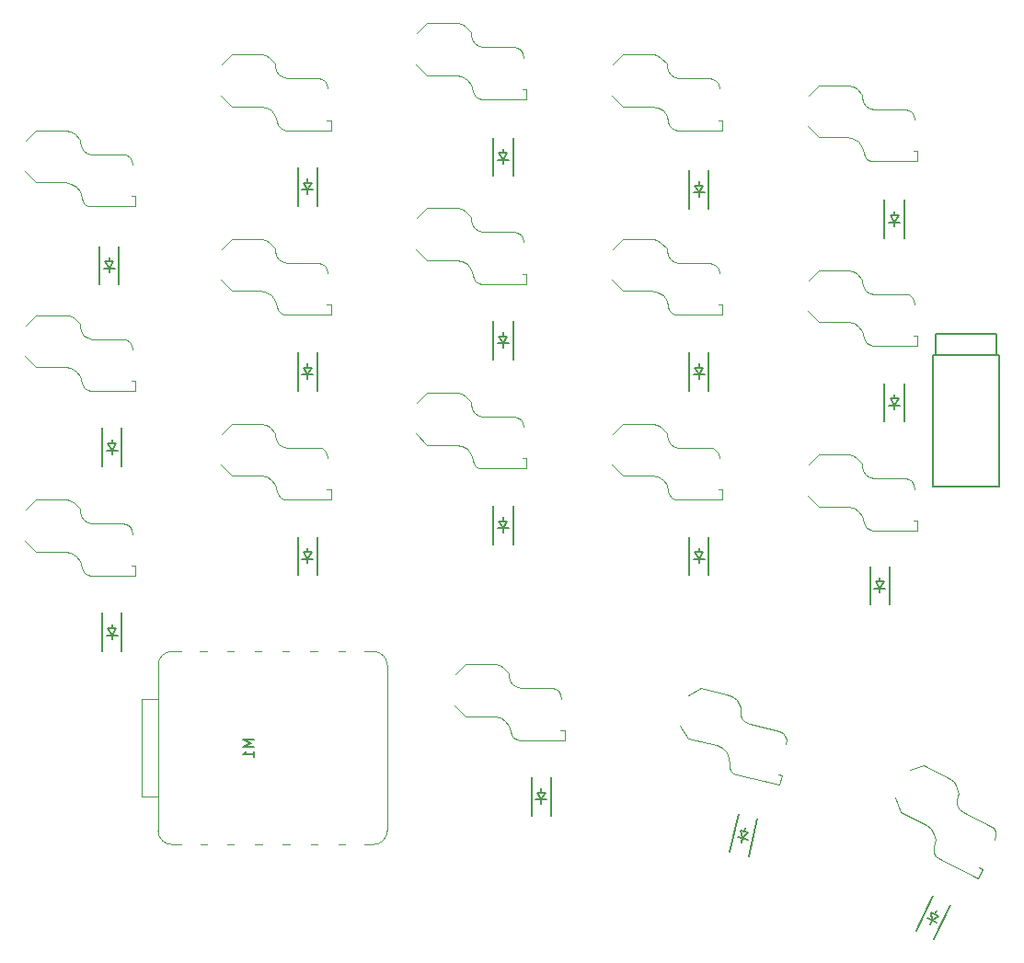
<source format=gbr>
%TF.GenerationSoftware,KiCad,Pcbnew,(6.0.6)*%
%TF.CreationDate,2022-09-25T18:06:26-06:00*%
%TF.ProjectId,miniErgo,6d696e69-4572-4676-9f2e-6b696361645f,rev?*%
%TF.SameCoordinates,Original*%
%TF.FileFunction,Legend,Bot*%
%TF.FilePolarity,Positive*%
%FSLAX46Y46*%
G04 Gerber Fmt 4.6, Leading zero omitted, Abs format (unit mm)*
G04 Created by KiCad (PCBNEW (6.0.6)) date 2022-09-25 18:06:26*
%MOMM*%
%LPD*%
G01*
G04 APERTURE LIST*
%ADD10C,0.150000*%
%ADD11C,0.120000*%
G04 APERTURE END LIST*
D10*
%TO.C,M1*%
X127268204Y-116786676D02*
X126268204Y-116786676D01*
X126982490Y-117120009D01*
X126268204Y-117453342D01*
X127268204Y-117453342D01*
X127268204Y-118453342D02*
X127268204Y-117881914D01*
X127268204Y-118167628D02*
X126268204Y-118167628D01*
X126411062Y-118072390D01*
X126506300Y-117977152D01*
X126553919Y-117881914D01*
D11*
X122282324Y-108706200D02*
X122893324Y-108706200D01*
X132448824Y-108706200D02*
X133059824Y-108706200D01*
X135004324Y-108706200D02*
X135615324Y-108706200D01*
X124782324Y-108706200D02*
X125393324Y-108706200D01*
X119684324Y-108706200D02*
X120525324Y-108706200D01*
X129893324Y-108706200D02*
X130504324Y-108706200D01*
X127337824Y-108706200D02*
X127948824Y-108706200D01*
X137365324Y-108706200D02*
X138245824Y-108706200D01*
X122301824Y-126486200D02*
X122912824Y-126486200D01*
X132468324Y-126486200D02*
X133079324Y-126486200D01*
X118433824Y-109976200D02*
X118433824Y-125216200D01*
X139515824Y-125216200D02*
X139515824Y-109976200D01*
X137384824Y-126486200D02*
X138245824Y-126486200D01*
X118433824Y-113096200D02*
X116909824Y-113096200D01*
X116909824Y-113096200D02*
X116909824Y-122096200D01*
X116909824Y-122096200D02*
X118433824Y-122096200D01*
X118433824Y-122096200D02*
X118433824Y-113096200D01*
X119703824Y-108706200D02*
G75*
G03*
X118433824Y-109976200I-1J-1269999D01*
G01*
X118433824Y-125216200D02*
G75*
G03*
X119703824Y-126486200I1269999J-1D01*
G01*
X139515824Y-109976200D02*
G75*
G03*
X138245824Y-108706200I-1269999J1D01*
G01*
X138245824Y-126486200D02*
G75*
G03*
X139515824Y-125216200I1J1269999D01*
G01*
X135023824Y-126486200D02*
X135634824Y-126486200D01*
X129912824Y-126486200D02*
X130523824Y-126486200D01*
X127357324Y-126486200D02*
X127968324Y-126486200D01*
X124801824Y-126486200D02*
X125412824Y-126486200D01*
X119703824Y-126486200D02*
X120544824Y-126486200D01*
D10*
%TO.C,D7*%
X150183736Y-62826400D02*
X150183736Y-62445400D01*
X150564736Y-62826400D02*
X149802736Y-62826400D01*
X150183736Y-63842400D02*
X150183736Y-63461400D01*
X150183736Y-63461400D02*
X150564736Y-62826400D01*
X150691736Y-63461400D02*
X149675736Y-63461400D01*
X149802736Y-62826400D02*
X150183736Y-63461400D01*
X151083736Y-64943900D02*
X151083736Y-61403900D01*
X149283736Y-64943900D02*
X149283736Y-61403900D01*
%TO.C,D12*%
X168183736Y-99576400D02*
X168183736Y-99195400D01*
X168564736Y-99576400D02*
X167802736Y-99576400D01*
X168183736Y-100592400D02*
X168183736Y-100211400D01*
X168691736Y-100211400D02*
X167675736Y-100211400D01*
X167283736Y-101693900D02*
X167283736Y-98153900D01*
X168183736Y-100211400D02*
X168564736Y-99576400D01*
X169083736Y-101693900D02*
X169083736Y-98153900D01*
X167802736Y-99576400D02*
X168183736Y-100211400D01*
%TO.C,D15*%
X185733770Y-104406300D02*
X185733770Y-100866300D01*
X183933770Y-104406300D02*
X183933770Y-100866300D01*
X185214770Y-102288800D02*
X184452770Y-102288800D01*
X184833770Y-102923800D02*
X185214770Y-102288800D01*
X184833770Y-103304800D02*
X184833770Y-102923800D01*
X184452770Y-102288800D02*
X184833770Y-102923800D01*
X184833770Y-102288800D02*
X184833770Y-101907800D01*
X185341770Y-102923800D02*
X184325770Y-102923800D01*
%TO.C,D10*%
X167283736Y-67943900D02*
X167283736Y-64403900D01*
X169083736Y-67943900D02*
X169083736Y-64403900D01*
X168183736Y-66842400D02*
X168183736Y-66461400D01*
X167802736Y-65826400D02*
X168183736Y-66461400D01*
X168183736Y-65826400D02*
X168183736Y-65445400D01*
X168183736Y-66461400D02*
X168564736Y-65826400D01*
X168691736Y-66461400D02*
X167675736Y-66461400D01*
X168564736Y-65826400D02*
X167802736Y-65826400D01*
%TO.C,J2*%
X189733770Y-93554800D02*
X195833770Y-93554800D01*
X195583770Y-81454800D02*
X195583770Y-79454800D01*
X189733770Y-81454800D02*
X189733770Y-93554800D01*
X189983770Y-79454800D02*
X195583770Y-79454800D01*
X189733770Y-81454800D02*
X195833770Y-81454800D01*
X189983770Y-81454800D02*
X189983770Y-79454800D01*
X195833770Y-81454800D02*
X195833770Y-93554800D01*
%TO.C,D5*%
X132691736Y-83211400D02*
X131675736Y-83211400D01*
X131802736Y-82576400D02*
X132183736Y-83211400D01*
X132183736Y-82576400D02*
X132183736Y-82195400D01*
X132183736Y-83211400D02*
X132564736Y-82576400D01*
X133083736Y-84693900D02*
X133083736Y-81153900D01*
X131283736Y-84693900D02*
X131283736Y-81153900D01*
X132183736Y-83592400D02*
X132183736Y-83211400D01*
X132564736Y-82576400D02*
X131802736Y-82576400D01*
%TO.C,D18*%
X190099674Y-133704367D02*
X189192807Y-133246275D01*
X188174487Y-134392789D02*
X189770594Y-131233036D01*
X189474456Y-133815396D02*
X189646241Y-133475321D01*
X189592473Y-132736744D02*
X189646241Y-133475321D01*
X189781142Y-135204369D02*
X191377248Y-132044615D01*
X189932548Y-132908529D02*
X190104332Y-132568454D01*
X189646241Y-133475321D02*
X190272623Y-133080313D01*
X190272623Y-133080313D02*
X189592473Y-132736744D01*
%TO.C,D1*%
X114314736Y-72826400D02*
X113552736Y-72826400D01*
X113552736Y-72826400D02*
X113933736Y-73461400D01*
X113933736Y-72826400D02*
X113933736Y-72445400D01*
X113933736Y-73842400D02*
X113933736Y-73461400D01*
X113033736Y-74943900D02*
X113033736Y-71403900D01*
X114833736Y-74943900D02*
X114833736Y-71403900D01*
X113933736Y-73461400D02*
X114314736Y-72826400D01*
X114441736Y-73461400D02*
X113425736Y-73461400D01*
%TO.C,D17*%
X172383480Y-125273629D02*
X172471776Y-124903001D01*
X172148024Y-126261969D02*
X172236320Y-125891341D01*
X172754108Y-125361925D02*
X172012852Y-125185333D01*
X171017255Y-127124908D02*
X171837643Y-123681282D01*
X172768252Y-127542055D02*
X173588640Y-124098428D01*
X172012852Y-125185333D02*
X172236320Y-125891341D01*
X172730490Y-126009069D02*
X171742150Y-125773613D01*
X172236320Y-125891341D02*
X172754108Y-125361925D01*
%TO.C,D6*%
X132183736Y-100592400D02*
X132183736Y-100211400D01*
X131283736Y-101693900D02*
X131283736Y-98153900D01*
X132183736Y-99576400D02*
X132183736Y-99195400D01*
X132183736Y-100211400D02*
X132564736Y-99576400D01*
X133083736Y-101693900D02*
X133083736Y-98153900D01*
X131802736Y-99576400D02*
X132183736Y-100211400D01*
X132564736Y-99576400D02*
X131802736Y-99576400D01*
X132691736Y-100211400D02*
X131675736Y-100211400D01*
%TO.C,D16*%
X153683911Y-122736200D02*
X153683911Y-122355200D01*
X153302911Y-121720200D02*
X153683911Y-122355200D01*
X154064911Y-121720200D02*
X153302911Y-121720200D01*
X152783911Y-123837700D02*
X152783911Y-120297700D01*
X154583911Y-123837700D02*
X154583911Y-120297700D01*
X153683911Y-122355200D02*
X154064911Y-121720200D01*
X154191911Y-122355200D02*
X153175911Y-122355200D01*
X153683911Y-121720200D02*
X153683911Y-121339200D01*
%TO.C,D3*%
X115083736Y-108693650D02*
X115083736Y-105153650D01*
X114183736Y-107592150D02*
X114183736Y-107211150D01*
X113802736Y-106576150D02*
X114183736Y-107211150D01*
X114183736Y-107211150D02*
X114564736Y-106576150D01*
X114183736Y-106576150D02*
X114183736Y-106195150D01*
X113283736Y-108693650D02*
X113283736Y-105153650D01*
X114691736Y-107211150D02*
X113675736Y-107211150D01*
X114564736Y-106576150D02*
X113802736Y-106576150D01*
%TO.C,D11*%
X168183736Y-83211400D02*
X168564736Y-82576400D01*
X168183736Y-82576400D02*
X168183736Y-82195400D01*
X168691736Y-83211400D02*
X167675736Y-83211400D01*
X168183736Y-83592400D02*
X168183736Y-83211400D01*
X169083736Y-84693900D02*
X169083736Y-81153900D01*
X168564736Y-82576400D02*
X167802736Y-82576400D01*
X167283736Y-84693900D02*
X167283736Y-81153900D01*
X167802736Y-82576400D02*
X168183736Y-83211400D01*
%TO.C,D8*%
X150183736Y-79720200D02*
X150183736Y-79339200D01*
X149802736Y-79720200D02*
X150183736Y-80355200D01*
X149283736Y-81837700D02*
X149283736Y-78297700D01*
X151083736Y-81837700D02*
X151083736Y-78297700D01*
X150183736Y-80736200D02*
X150183736Y-80355200D01*
X150183736Y-80355200D02*
X150564736Y-79720200D01*
X150691736Y-80355200D02*
X149675736Y-80355200D01*
X150564736Y-79720200D02*
X149802736Y-79720200D01*
%TO.C,D2*%
X114691736Y-90211150D02*
X113675736Y-90211150D01*
X113802736Y-89576150D02*
X114183736Y-90211150D01*
X114183736Y-90592150D02*
X114183736Y-90211150D01*
X114183736Y-90211150D02*
X114564736Y-89576150D01*
X114183736Y-89576150D02*
X114183736Y-89195150D01*
X115083736Y-91693650D02*
X115083736Y-88153650D01*
X114564736Y-89576150D02*
X113802736Y-89576150D01*
X113283736Y-91693650D02*
X113283736Y-88153650D01*
%TO.C,D9*%
X150183736Y-96720200D02*
X150183736Y-96339200D01*
X150564736Y-96720200D02*
X149802736Y-96720200D01*
X149283736Y-98837700D02*
X149283736Y-95297700D01*
X150183736Y-97355200D02*
X150564736Y-96720200D01*
X150183736Y-97736200D02*
X150183736Y-97355200D01*
X150691736Y-97355200D02*
X149675736Y-97355200D01*
X151083736Y-98837700D02*
X151083736Y-95297700D01*
X149802736Y-96720200D02*
X150183736Y-97355200D01*
%TO.C,D14*%
X185802736Y-85432600D02*
X186183736Y-86067600D01*
X186183736Y-85432600D02*
X186183736Y-85051600D01*
X186691736Y-86067600D02*
X185675736Y-86067600D01*
X186183736Y-86448600D02*
X186183736Y-86067600D01*
X185283736Y-87550100D02*
X185283736Y-84010100D01*
X186183736Y-86067600D02*
X186564736Y-85432600D01*
X187083736Y-87550100D02*
X187083736Y-84010100D01*
X186564736Y-85432600D02*
X185802736Y-85432600D01*
%TO.C,D13*%
X187083736Y-70693900D02*
X187083736Y-67153900D01*
X186183736Y-68576400D02*
X186183736Y-68195400D01*
X186183736Y-69592400D02*
X186183736Y-69211400D01*
X186691736Y-69211400D02*
X185675736Y-69211400D01*
X186183736Y-69211400D02*
X186564736Y-68576400D01*
X186564736Y-68576400D02*
X185802736Y-68576400D01*
X185283736Y-70693900D02*
X185283736Y-67153900D01*
X185802736Y-68576400D02*
X186183736Y-69211400D01*
%TO.C,D4*%
X132183736Y-66211400D02*
X132564736Y-65576400D01*
X131802736Y-65576400D02*
X132183736Y-66211400D01*
X132564736Y-65576400D02*
X131802736Y-65576400D01*
X132183736Y-65576400D02*
X132183736Y-65195400D01*
X132691736Y-66211400D02*
X131675736Y-66211400D01*
X132183736Y-66592400D02*
X132183736Y-66211400D01*
X131283736Y-67693900D02*
X131283736Y-64153900D01*
X133083736Y-67693900D02*
X133083736Y-64153900D01*
D11*
%TO.C,SW8*%
X147927736Y-70003200D02*
X148365736Y-70090200D01*
X151492736Y-70155200D02*
X151775736Y-70344200D01*
X146696736Y-68199200D02*
X147229736Y-68732200D01*
X147560736Y-69759200D02*
X147927736Y-70003200D01*
X147933736Y-74823200D02*
X147659736Y-74653200D01*
X147230736Y-73539200D02*
X146892736Y-73086200D01*
X147229736Y-68954200D02*
X147316736Y-69392200D01*
X143204736Y-72682200D02*
X142183736Y-71661200D01*
X145951736Y-67890200D02*
X146354736Y-67970200D01*
X147466736Y-74395200D02*
X147384736Y-74097200D01*
X147384736Y-74097200D02*
X147230736Y-73539200D01*
X151966736Y-73940200D02*
X152329736Y-73940200D01*
X145851736Y-72682200D02*
X143204736Y-72682200D01*
X151165736Y-70090200D02*
X151492736Y-70155200D01*
X151964736Y-70627200D02*
X152049736Y-71054200D01*
X148365736Y-70090200D02*
X151165736Y-70090200D01*
X146892736Y-73086200D02*
X146413736Y-72787200D01*
X146413736Y-72787200D02*
X145851736Y-72682200D01*
X148243736Y-74882200D02*
X147933736Y-74823200D01*
X147659736Y-74653200D02*
X147466736Y-74395200D01*
X147316736Y-69392200D02*
X147560736Y-69759200D01*
X151775736Y-70344200D02*
X151964736Y-70627200D01*
X146354736Y-67970200D02*
X146696736Y-68199200D01*
X152329736Y-74882200D02*
X148243736Y-74882200D01*
X142267736Y-68827200D02*
X143204736Y-67890200D01*
X143204736Y-67890200D02*
X145951736Y-67890200D01*
X152329736Y-73940200D02*
X152329736Y-74882200D01*
X147229736Y-68732200D02*
X147229736Y-68954200D01*
%TO.C,SW17*%
X167225131Y-112777303D02*
X168353769Y-112082959D01*
X172005739Y-114497016D02*
X172158044Y-114910571D01*
X171025985Y-112719571D02*
X171399474Y-112890787D01*
X171347318Y-119923150D02*
X171120175Y-119694280D01*
X175588193Y-116068011D02*
X175891227Y-116207023D01*
X167243234Y-116744501D02*
X166486644Y-115514683D01*
X170340538Y-117590322D02*
X169818171Y-117357938D01*
X172074061Y-113834822D02*
X172022613Y-114050778D01*
X172458507Y-115232980D02*
X172864420Y-115419117D01*
X170992220Y-119398576D02*
X170981513Y-119089685D01*
X170961021Y-118511187D02*
X170737205Y-117992189D01*
X171399474Y-112890787D02*
X171679093Y-113192811D01*
X175475157Y-119998829D02*
X175828275Y-120082953D01*
X172158044Y-114910571D02*
X172458507Y-115232980D01*
X170981513Y-119089685D02*
X170961021Y-118511187D01*
X172022613Y-114050778D02*
X172005739Y-114497016D01*
X172864420Y-115419117D02*
X175588193Y-116068011D01*
X168353769Y-112082959D02*
X171025985Y-112719571D01*
X175891227Y-116207023D02*
X176122722Y-116456463D01*
X171120175Y-119694280D02*
X170992220Y-119398576D01*
X175609968Y-120999308D02*
X171635206Y-120052386D01*
X171635206Y-120052386D02*
X171347318Y-119923150D01*
X171679093Y-113192811D02*
X172074061Y-113834822D01*
X176240992Y-116775559D02*
X176224722Y-117210632D01*
X169818171Y-117357938D02*
X167243234Y-116744501D01*
X175828275Y-120082953D02*
X175609968Y-120999308D01*
X170737205Y-117992189D02*
X170340538Y-117590322D01*
X176122722Y-116456463D02*
X176240992Y-116775559D01*
%TO.C,SW12*%
X165230736Y-93395400D02*
X164892736Y-92942400D01*
X164413736Y-92643400D02*
X163851736Y-92538400D01*
X165384736Y-93953400D02*
X165230736Y-93395400D01*
X163851736Y-92538400D02*
X161204736Y-92538400D01*
X169165736Y-89946400D02*
X169492736Y-90011400D01*
X170329736Y-94738400D02*
X166243736Y-94738400D01*
X165560736Y-89615400D02*
X165927736Y-89859400D01*
X164892736Y-92942400D02*
X164413736Y-92643400D01*
X165229736Y-88810400D02*
X165316736Y-89248400D01*
X165933736Y-94679400D02*
X165659736Y-94509400D01*
X165927736Y-89859400D02*
X166365736Y-89946400D01*
X170329736Y-93796400D02*
X170329736Y-94738400D01*
X164354736Y-87826400D02*
X164696736Y-88055400D01*
X166365736Y-89946400D02*
X169165736Y-89946400D01*
X169964736Y-90483400D02*
X170049736Y-90910400D01*
X165659736Y-94509400D02*
X165466736Y-94251400D01*
X163951736Y-87746400D02*
X164354736Y-87826400D01*
X169966736Y-93796400D02*
X170329736Y-93796400D01*
X166243736Y-94738400D02*
X165933736Y-94679400D01*
X161204736Y-87746400D02*
X163951736Y-87746400D01*
X165466736Y-94251400D02*
X165384736Y-93953400D01*
X165316736Y-89248400D02*
X165560736Y-89615400D01*
X161204736Y-92538400D02*
X160183736Y-91517400D01*
X160267736Y-88683400D02*
X161204736Y-87746400D01*
X164696736Y-88055400D02*
X165229736Y-88588400D01*
X169492736Y-90011400D02*
X169775736Y-90200400D01*
X165229736Y-88588400D02*
X165229736Y-88810400D01*
X169775736Y-90200400D02*
X169964736Y-90483400D01*
%TO.C,SW5*%
X129230736Y-76395400D02*
X128892736Y-75942400D01*
X129466736Y-77251400D02*
X129384736Y-76953400D01*
X134329736Y-77738400D02*
X130243736Y-77738400D01*
X128413736Y-75643400D02*
X127851736Y-75538400D01*
X130365736Y-72946400D02*
X133165736Y-72946400D01*
X128354736Y-70826400D02*
X128696736Y-71055400D01*
X129229736Y-71588400D02*
X129229736Y-71810400D01*
X129316736Y-72248400D02*
X129560736Y-72615400D01*
X130243736Y-77738400D02*
X129933736Y-77679400D01*
X125204736Y-70746400D02*
X127951736Y-70746400D01*
X129229736Y-71810400D02*
X129316736Y-72248400D01*
X124267736Y-71683400D02*
X125204736Y-70746400D01*
X127851736Y-75538400D02*
X125204736Y-75538400D01*
X127951736Y-70746400D02*
X128354736Y-70826400D01*
X133775736Y-73200400D02*
X133964736Y-73483400D01*
X133492736Y-73011400D02*
X133775736Y-73200400D01*
X125204736Y-75538400D02*
X124183736Y-74517400D01*
X134329736Y-76796400D02*
X134329736Y-77738400D01*
X133165736Y-72946400D02*
X133492736Y-73011400D01*
X133964736Y-73483400D02*
X134049736Y-73910400D01*
X129933736Y-77679400D02*
X129659736Y-77509400D01*
X128892736Y-75942400D02*
X128413736Y-75643400D01*
X129560736Y-72615400D02*
X129927736Y-72859400D01*
X129384736Y-76953400D02*
X129230736Y-76395400D01*
X128696736Y-71055400D02*
X129229736Y-71588400D01*
X129927736Y-72859400D02*
X130365736Y-72946400D01*
X129659736Y-77509400D02*
X129466736Y-77251400D01*
X133966736Y-76796400D02*
X134329736Y-76796400D01*
%TO.C,SW1*%
X111466736Y-67251150D02*
X111384736Y-66953150D01*
X110892736Y-65942150D02*
X110413736Y-65643150D01*
X110413736Y-65643150D02*
X109851736Y-65538150D01*
X111230736Y-66395150D02*
X110892736Y-65942150D01*
X106267736Y-61683150D02*
X107204736Y-60746150D01*
X115966736Y-66796150D02*
X116329736Y-66796150D01*
X115492736Y-63011150D02*
X115775736Y-63200150D01*
X115775736Y-63200150D02*
X115964736Y-63483150D01*
X111384736Y-66953150D02*
X111230736Y-66395150D01*
X116329736Y-67738150D02*
X112243736Y-67738150D01*
X109951736Y-60746150D02*
X110354736Y-60826150D01*
X111927736Y-62859150D02*
X112365736Y-62946150D01*
X111560736Y-62615150D02*
X111927736Y-62859150D01*
X110696736Y-61055150D02*
X111229736Y-61588150D01*
X112243736Y-67738150D02*
X111933736Y-67679150D01*
X111659736Y-67509150D02*
X111466736Y-67251150D01*
X107204736Y-60746150D02*
X109951736Y-60746150D01*
X111316736Y-62248150D02*
X111560736Y-62615150D01*
X110354736Y-60826150D02*
X110696736Y-61055150D01*
X115964736Y-63483150D02*
X116049736Y-63910150D01*
X115165736Y-62946150D02*
X115492736Y-63011150D01*
X112365736Y-62946150D02*
X115165736Y-62946150D01*
X107204736Y-65538150D02*
X106183736Y-64517150D01*
X109851736Y-65538150D02*
X107204736Y-65538150D01*
X111229736Y-61588150D02*
X111229736Y-61810150D01*
X111229736Y-61810150D02*
X111316736Y-62248150D01*
X116329736Y-66796150D02*
X116329736Y-67738150D01*
X111933736Y-67679150D02*
X111659736Y-67509150D01*
%TO.C,SW18*%
X194324113Y-128742070D02*
X193899386Y-129582885D01*
X186746471Y-123504939D02*
X186295487Y-122133263D01*
X189834262Y-127272885D02*
X189778319Y-126955579D01*
X191900171Y-122422340D02*
X191952490Y-122859933D01*
X189563437Y-125045527D02*
X189109146Y-124698412D01*
X195492076Y-125620363D02*
X195375422Y-126039821D01*
X190252281Y-127740600D02*
X190002181Y-127548165D01*
X194000104Y-128578401D02*
X194324113Y-128742070D01*
X187648251Y-119641549D02*
X188907077Y-119227668D01*
X189856173Y-125528380D02*
X189563437Y-125045527D01*
X191952490Y-122859933D02*
X192170055Y-123243196D01*
X189778319Y-126955579D02*
X189839488Y-126652616D01*
X195450976Y-125282545D02*
X195492076Y-125620363D01*
X192020001Y-121992161D02*
X191900171Y-122422340D01*
X191884665Y-121077941D02*
X192120096Y-121794007D01*
X195021022Y-124780793D02*
X195283590Y-124986248D01*
X192170055Y-123243196D02*
X192521781Y-123518336D01*
X189839488Y-126652616D02*
X189953620Y-126085118D01*
X190002181Y-127548165D02*
X189834262Y-127272885D01*
X189953620Y-126085118D02*
X189856173Y-125528380D01*
X195283590Y-124986248D02*
X195450976Y-125282545D01*
X192120096Y-121794007D02*
X192020001Y-121992161D01*
X189109146Y-124698412D02*
X186746471Y-123504939D01*
X192521781Y-123518336D02*
X195021022Y-124780793D01*
X193899386Y-129582885D02*
X190252281Y-127740600D01*
X191682652Y-120719339D02*
X191884665Y-121077941D01*
X188907077Y-119227668D02*
X191359010Y-120466228D01*
X191359010Y-120466228D02*
X191682652Y-120719339D01*
%TO.C,SW3*%
X111229736Y-95588150D02*
X111229736Y-95810150D01*
X116329736Y-100796150D02*
X116329736Y-101738150D01*
X115966736Y-100796150D02*
X116329736Y-100796150D01*
X111230736Y-100395150D02*
X110892736Y-99942150D01*
X110354736Y-94826150D02*
X110696736Y-95055150D01*
X111927736Y-96859150D02*
X112365736Y-96946150D01*
X110892736Y-99942150D02*
X110413736Y-99643150D01*
X116329736Y-101738150D02*
X112243736Y-101738150D01*
X112243736Y-101738150D02*
X111933736Y-101679150D01*
X112365736Y-96946150D02*
X115165736Y-96946150D01*
X107204736Y-99538150D02*
X106183736Y-98517150D01*
X106267736Y-95683150D02*
X107204736Y-94746150D01*
X115492736Y-97011150D02*
X115775736Y-97200150D01*
X115165736Y-96946150D02*
X115492736Y-97011150D01*
X115775736Y-97200150D02*
X115964736Y-97483150D01*
X115964736Y-97483150D02*
X116049736Y-97910150D01*
X111659736Y-101509150D02*
X111466736Y-101251150D01*
X111316736Y-96248150D02*
X111560736Y-96615150D01*
X109951736Y-94746150D02*
X110354736Y-94826150D01*
X109851736Y-99538150D02*
X107204736Y-99538150D01*
X111384736Y-100953150D02*
X111230736Y-100395150D01*
X107204736Y-94746150D02*
X109951736Y-94746150D01*
X111560736Y-96615150D02*
X111927736Y-96859150D01*
X111466736Y-101251150D02*
X111384736Y-100953150D01*
X111229736Y-95810150D02*
X111316736Y-96248150D01*
X110696736Y-95055150D02*
X111229736Y-95588150D01*
X110413736Y-99643150D02*
X109851736Y-99538150D01*
X111933736Y-101679150D02*
X111659736Y-101509150D01*
%TO.C,SW6*%
X134329736Y-94738400D02*
X130243736Y-94738400D01*
X129229736Y-88588400D02*
X129229736Y-88810400D01*
X129229736Y-88810400D02*
X129316736Y-89248400D01*
X133492736Y-90011400D02*
X133775736Y-90200400D01*
X130365736Y-89946400D02*
X133165736Y-89946400D01*
X129384736Y-93953400D02*
X129230736Y-93395400D01*
X133966736Y-93796400D02*
X134329736Y-93796400D01*
X129466736Y-94251400D02*
X129384736Y-93953400D01*
X130243736Y-94738400D02*
X129933736Y-94679400D01*
X134329736Y-93796400D02*
X134329736Y-94738400D01*
X129933736Y-94679400D02*
X129659736Y-94509400D01*
X128892736Y-92942400D02*
X128413736Y-92643400D01*
X129927736Y-89859400D02*
X130365736Y-89946400D01*
X128413736Y-92643400D02*
X127851736Y-92538400D01*
X129316736Y-89248400D02*
X129560736Y-89615400D01*
X133165736Y-89946400D02*
X133492736Y-90011400D01*
X129560736Y-89615400D02*
X129927736Y-89859400D01*
X125204736Y-87746400D02*
X127951736Y-87746400D01*
X128696736Y-88055400D02*
X129229736Y-88588400D01*
X129230736Y-93395400D02*
X128892736Y-92942400D01*
X127951736Y-87746400D02*
X128354736Y-87826400D01*
X125204736Y-92538400D02*
X124183736Y-91517400D01*
X133964736Y-90483400D02*
X134049736Y-90910400D01*
X133775736Y-90200400D02*
X133964736Y-90483400D01*
X129659736Y-94509400D02*
X129466736Y-94251400D01*
X128354736Y-87826400D02*
X128696736Y-88055400D01*
X124267736Y-88683400D02*
X125204736Y-87746400D01*
X127851736Y-92538400D02*
X125204736Y-92538400D01*
%TO.C,SW9*%
X147229736Y-85954200D02*
X147316736Y-86392200D01*
X147659736Y-91653200D02*
X147466736Y-91395200D01*
X151964736Y-87627200D02*
X152049736Y-88054200D01*
X147560736Y-86759200D02*
X147927736Y-87003200D01*
X147927736Y-87003200D02*
X148365736Y-87090200D01*
X147229736Y-85732200D02*
X147229736Y-85954200D01*
X151165736Y-87090200D02*
X151492736Y-87155200D01*
X146696736Y-85199200D02*
X147229736Y-85732200D01*
X143204736Y-89682200D02*
X142183736Y-88661200D01*
X152329736Y-91882200D02*
X148243736Y-91882200D01*
X147384736Y-91097200D02*
X147230736Y-90539200D01*
X147230736Y-90539200D02*
X146892736Y-90086200D01*
X147466736Y-91395200D02*
X147384736Y-91097200D01*
X147933736Y-91823200D02*
X147659736Y-91653200D01*
X148365736Y-87090200D02*
X151165736Y-87090200D01*
X142267736Y-85827200D02*
X143204736Y-84890200D01*
X145851736Y-89682200D02*
X143204736Y-89682200D01*
X148243736Y-91882200D02*
X147933736Y-91823200D01*
X146354736Y-84970200D02*
X146696736Y-85199200D01*
X145951736Y-84890200D02*
X146354736Y-84970200D01*
X152329736Y-90940200D02*
X152329736Y-91882200D01*
X146413736Y-89787200D02*
X145851736Y-89682200D01*
X151775736Y-87344200D02*
X151964736Y-87627200D01*
X143204736Y-84890200D02*
X145951736Y-84890200D01*
X147316736Y-86392200D02*
X147560736Y-86759200D01*
X151492736Y-87155200D02*
X151775736Y-87344200D01*
X151966736Y-90940200D02*
X152329736Y-90940200D01*
X146892736Y-90086200D02*
X146413736Y-89787200D01*
%TO.C,SW7*%
X146413736Y-55787200D02*
X145851736Y-55682200D01*
X145951736Y-50890200D02*
X146354736Y-50970200D01*
X143204736Y-50890200D02*
X145951736Y-50890200D01*
X151775736Y-53344200D02*
X151964736Y-53627200D01*
X145851736Y-55682200D02*
X143204736Y-55682200D01*
X147316736Y-52392200D02*
X147560736Y-52759200D01*
X146892736Y-56086200D02*
X146413736Y-55787200D01*
X151964736Y-53627200D02*
X152049736Y-54054200D01*
X143204736Y-55682200D02*
X142183736Y-54661200D01*
X152329736Y-56940200D02*
X152329736Y-57882200D01*
X142267736Y-51827200D02*
X143204736Y-50890200D01*
X147229736Y-51732200D02*
X147229736Y-51954200D01*
X146696736Y-51199200D02*
X147229736Y-51732200D01*
X151492736Y-53155200D02*
X151775736Y-53344200D01*
X147659736Y-57653200D02*
X147466736Y-57395200D01*
X147560736Y-52759200D02*
X147927736Y-53003200D01*
X148243736Y-57882200D02*
X147933736Y-57823200D01*
X147466736Y-57395200D02*
X147384736Y-57097200D01*
X147230736Y-56539200D02*
X146892736Y-56086200D01*
X148365736Y-53090200D02*
X151165736Y-53090200D01*
X151966736Y-56940200D02*
X152329736Y-56940200D01*
X147927736Y-53003200D02*
X148365736Y-53090200D01*
X146354736Y-50970200D02*
X146696736Y-51199200D01*
X151165736Y-53090200D02*
X151492736Y-53155200D01*
X147384736Y-57097200D02*
X147230736Y-56539200D01*
X147933736Y-57823200D02*
X147659736Y-57653200D01*
X152329736Y-57882200D02*
X148243736Y-57882200D01*
X147229736Y-51954200D02*
X147316736Y-52392200D01*
%TO.C,SW13*%
X187492736Y-58867600D02*
X187775736Y-59056600D01*
X183560736Y-58471600D02*
X183927736Y-58715600D01*
X181851736Y-61394600D02*
X179204736Y-61394600D01*
X183466736Y-63107600D02*
X183384736Y-62809600D01*
X187775736Y-59056600D02*
X187964736Y-59339600D01*
X188329736Y-63594600D02*
X184243736Y-63594600D01*
X182892736Y-61798600D02*
X182413736Y-61499600D01*
X183230736Y-62251600D02*
X182892736Y-61798600D01*
X181951736Y-56602600D02*
X182354736Y-56682600D01*
X183229736Y-57444600D02*
X183229736Y-57666600D01*
X187966736Y-62652600D02*
X188329736Y-62652600D01*
X183316736Y-58104600D02*
X183560736Y-58471600D01*
X183229736Y-57666600D02*
X183316736Y-58104600D01*
X184365736Y-58802600D02*
X187165736Y-58802600D01*
X178267736Y-57539600D02*
X179204736Y-56602600D01*
X184243736Y-63594600D02*
X183933736Y-63535600D01*
X183384736Y-62809600D02*
X183230736Y-62251600D01*
X183659736Y-63365600D02*
X183466736Y-63107600D01*
X182696736Y-56911600D02*
X183229736Y-57444600D01*
X183927736Y-58715600D02*
X184365736Y-58802600D01*
X179204736Y-56602600D02*
X181951736Y-56602600D01*
X179204736Y-61394600D02*
X178183736Y-60373600D01*
X182413736Y-61499600D02*
X181851736Y-61394600D01*
X182354736Y-56682600D02*
X182696736Y-56911600D01*
X188329736Y-62652600D02*
X188329736Y-63594600D01*
X183933736Y-63535600D02*
X183659736Y-63365600D01*
X187165736Y-58802600D02*
X187492736Y-58867600D01*
X187964736Y-59339600D02*
X188049736Y-59766600D01*
%TO.C,SW14*%
X188329736Y-79652600D02*
X188329736Y-80594600D01*
X183316736Y-75104600D02*
X183560736Y-75471600D01*
X187775736Y-76056600D02*
X187964736Y-76339600D01*
X183560736Y-75471600D02*
X183927736Y-75715600D01*
X183466736Y-80107600D02*
X183384736Y-79809600D01*
X188329736Y-80594600D02*
X184243736Y-80594600D01*
X182354736Y-73682600D02*
X182696736Y-73911600D01*
X182892736Y-78798600D02*
X182413736Y-78499600D01*
X183927736Y-75715600D02*
X184365736Y-75802600D01*
X183230736Y-79251600D02*
X182892736Y-78798600D01*
X183229736Y-74666600D02*
X183316736Y-75104600D01*
X183659736Y-80365600D02*
X183466736Y-80107600D01*
X183229736Y-74444600D02*
X183229736Y-74666600D01*
X182413736Y-78499600D02*
X181851736Y-78394600D01*
X183384736Y-79809600D02*
X183230736Y-79251600D01*
X178267736Y-74539600D02*
X179204736Y-73602600D01*
X183933736Y-80535600D02*
X183659736Y-80365600D01*
X184243736Y-80594600D02*
X183933736Y-80535600D01*
X182696736Y-73911600D02*
X183229736Y-74444600D01*
X181851736Y-78394600D02*
X179204736Y-78394600D01*
X181951736Y-73602600D02*
X182354736Y-73682600D01*
X187165736Y-75802600D02*
X187492736Y-75867600D01*
X179204736Y-78394600D02*
X178183736Y-77373600D01*
X187492736Y-75867600D02*
X187775736Y-76056600D01*
X179204736Y-73602600D02*
X181951736Y-73602600D01*
X187966736Y-79652600D02*
X188329736Y-79652600D01*
X184365736Y-75802600D02*
X187165736Y-75802600D01*
X187964736Y-76339600D02*
X188049736Y-76766600D01*
%TO.C,SW4*%
X133492736Y-56011400D02*
X133775736Y-56200400D01*
X130365736Y-55946400D02*
X133165736Y-55946400D01*
X129659736Y-60509400D02*
X129466736Y-60251400D01*
X129384736Y-59953400D02*
X129230736Y-59395400D01*
X125204736Y-53746400D02*
X127951736Y-53746400D01*
X133966736Y-59796400D02*
X134329736Y-59796400D01*
X129933736Y-60679400D02*
X129659736Y-60509400D01*
X129560736Y-55615400D02*
X129927736Y-55859400D01*
X133165736Y-55946400D02*
X133492736Y-56011400D01*
X129230736Y-59395400D02*
X128892736Y-58942400D01*
X124267736Y-54683400D02*
X125204736Y-53746400D01*
X125204736Y-58538400D02*
X124183736Y-57517400D01*
X129316736Y-55248400D02*
X129560736Y-55615400D01*
X133775736Y-56200400D02*
X133964736Y-56483400D01*
X129927736Y-55859400D02*
X130365736Y-55946400D01*
X130243736Y-60738400D02*
X129933736Y-60679400D01*
X128354736Y-53826400D02*
X128696736Y-54055400D01*
X128696736Y-54055400D02*
X129229736Y-54588400D01*
X129229736Y-54810400D02*
X129316736Y-55248400D01*
X128413736Y-58643400D02*
X127851736Y-58538400D01*
X129466736Y-60251400D02*
X129384736Y-59953400D01*
X127951736Y-53746400D02*
X128354736Y-53826400D01*
X134329736Y-60738400D02*
X130243736Y-60738400D01*
X133964736Y-56483400D02*
X134049736Y-56910400D01*
X128892736Y-58942400D02*
X128413736Y-58643400D01*
X134329736Y-59796400D02*
X134329736Y-60738400D01*
X127851736Y-58538400D02*
X125204736Y-58538400D01*
X129229736Y-54588400D02*
X129229736Y-54810400D01*
%TO.C,SW2*%
X112243736Y-84738150D02*
X111933736Y-84679150D01*
X116329736Y-83796150D02*
X116329736Y-84738150D01*
X109951736Y-77746150D02*
X110354736Y-77826150D01*
X111933736Y-84679150D02*
X111659736Y-84509150D01*
X111659736Y-84509150D02*
X111466736Y-84251150D01*
X115964736Y-80483150D02*
X116049736Y-80910150D01*
X110354736Y-77826150D02*
X110696736Y-78055150D01*
X111560736Y-79615150D02*
X111927736Y-79859150D01*
X115492736Y-80011150D02*
X115775736Y-80200150D01*
X111229736Y-78588150D02*
X111229736Y-78810150D01*
X115165736Y-79946150D02*
X115492736Y-80011150D01*
X106267736Y-78683150D02*
X107204736Y-77746150D01*
X111384736Y-83953150D02*
X111230736Y-83395150D01*
X112365736Y-79946150D02*
X115165736Y-79946150D01*
X111230736Y-83395150D02*
X110892736Y-82942150D01*
X109851736Y-82538150D02*
X107204736Y-82538150D01*
X110892736Y-82942150D02*
X110413736Y-82643150D01*
X111316736Y-79248150D02*
X111560736Y-79615150D01*
X107204736Y-82538150D02*
X106183736Y-81517150D01*
X116329736Y-84738150D02*
X112243736Y-84738150D01*
X111229736Y-78810150D02*
X111316736Y-79248150D01*
X111927736Y-79859150D02*
X112365736Y-79946150D01*
X115966736Y-83796150D02*
X116329736Y-83796150D01*
X110696736Y-78055150D02*
X111229736Y-78588150D01*
X115775736Y-80200150D02*
X115964736Y-80483150D01*
X107204736Y-77746150D02*
X109951736Y-77746150D01*
X111466736Y-84251150D02*
X111384736Y-83953150D01*
X110413736Y-82643150D02*
X109851736Y-82538150D01*
%TO.C,SW15*%
X183229736Y-91666600D02*
X183316736Y-92104600D01*
X184243736Y-97594600D02*
X183933736Y-97535600D01*
X182413736Y-95499600D02*
X181851736Y-95394600D01*
X188329736Y-96652600D02*
X188329736Y-97594600D01*
X181951736Y-90602600D02*
X182354736Y-90682600D01*
X183927736Y-92715600D02*
X184365736Y-92802600D01*
X183229736Y-91444600D02*
X183229736Y-91666600D01*
X183659736Y-97365600D02*
X183466736Y-97107600D01*
X187165736Y-92802600D02*
X187492736Y-92867600D01*
X184365736Y-92802600D02*
X187165736Y-92802600D01*
X182354736Y-90682600D02*
X182696736Y-90911600D01*
X183384736Y-96809600D02*
X183230736Y-96251600D01*
X183466736Y-97107600D02*
X183384736Y-96809600D01*
X182892736Y-95798600D02*
X182413736Y-95499600D01*
X183933736Y-97535600D02*
X183659736Y-97365600D01*
X179204736Y-90602600D02*
X181951736Y-90602600D01*
X183560736Y-92471600D02*
X183927736Y-92715600D01*
X183316736Y-92104600D02*
X183560736Y-92471600D01*
X183230736Y-96251600D02*
X182892736Y-95798600D01*
X187964736Y-93339600D02*
X188049736Y-93766600D01*
X188329736Y-97594600D02*
X184243736Y-97594600D01*
X187966736Y-96652600D02*
X188329736Y-96652600D01*
X187492736Y-92867600D02*
X187775736Y-93056600D01*
X182696736Y-90911600D02*
X183229736Y-91444600D01*
X181851736Y-95394600D02*
X179204736Y-95394600D01*
X179204736Y-95394600D02*
X178183736Y-94373600D01*
X178267736Y-91539600D02*
X179204736Y-90602600D01*
X187775736Y-93056600D02*
X187964736Y-93339600D01*
%TO.C,SW11*%
X165659736Y-77509400D02*
X165466736Y-77251400D01*
X169964736Y-73483400D02*
X170049736Y-73910400D01*
X160267736Y-71683400D02*
X161204736Y-70746400D01*
X166243736Y-77738400D02*
X165933736Y-77679400D01*
X170329736Y-76796400D02*
X170329736Y-77738400D01*
X169966736Y-76796400D02*
X170329736Y-76796400D01*
X164413736Y-75643400D02*
X163851736Y-75538400D01*
X161204736Y-75538400D02*
X160183736Y-74517400D01*
X161204736Y-70746400D02*
X163951736Y-70746400D01*
X165466736Y-77251400D02*
X165384736Y-76953400D01*
X165229736Y-71588400D02*
X165229736Y-71810400D01*
X165230736Y-76395400D02*
X164892736Y-75942400D01*
X164354736Y-70826400D02*
X164696736Y-71055400D01*
X164696736Y-71055400D02*
X165229736Y-71588400D01*
X169165736Y-72946400D02*
X169492736Y-73011400D01*
X165316736Y-72248400D02*
X165560736Y-72615400D01*
X165560736Y-72615400D02*
X165927736Y-72859400D01*
X165927736Y-72859400D02*
X166365736Y-72946400D01*
X169775736Y-73200400D02*
X169964736Y-73483400D01*
X163851736Y-75538400D02*
X161204736Y-75538400D01*
X164892736Y-75942400D02*
X164413736Y-75643400D01*
X163951736Y-70746400D02*
X164354736Y-70826400D01*
X169492736Y-73011400D02*
X169775736Y-73200400D01*
X166365736Y-72946400D02*
X169165736Y-72946400D01*
X165229736Y-71810400D02*
X165316736Y-72248400D01*
X170329736Y-77738400D02*
X166243736Y-77738400D01*
X165933736Y-77679400D02*
X165659736Y-77509400D01*
X165384736Y-76953400D02*
X165230736Y-76395400D01*
%TO.C,SW16*%
X149913911Y-114787200D02*
X149351911Y-114682200D01*
X145767911Y-110827200D02*
X146704911Y-109890200D01*
X150196911Y-110199200D02*
X150729911Y-110732200D01*
X150966911Y-116395200D02*
X150884911Y-116097200D01*
X150884911Y-116097200D02*
X150730911Y-115539200D01*
X150729911Y-110732200D02*
X150729911Y-110954200D01*
X155829911Y-115940200D02*
X155829911Y-116882200D01*
X155464911Y-112627200D02*
X155549911Y-113054200D01*
X150730911Y-115539200D02*
X150392911Y-115086200D01*
X150816911Y-111392200D02*
X151060911Y-111759200D01*
X155829911Y-116882200D02*
X151743911Y-116882200D01*
X146704911Y-109890200D02*
X149451911Y-109890200D01*
X155275911Y-112344200D02*
X155464911Y-112627200D01*
X154665911Y-112090200D02*
X154992911Y-112155200D01*
X149451911Y-109890200D02*
X149854911Y-109970200D01*
X151427911Y-112003200D02*
X151865911Y-112090200D01*
X149854911Y-109970200D02*
X150196911Y-110199200D01*
X151865911Y-112090200D02*
X154665911Y-112090200D01*
X154992911Y-112155200D02*
X155275911Y-112344200D01*
X150729911Y-110954200D02*
X150816911Y-111392200D01*
X151159911Y-116653200D02*
X150966911Y-116395200D01*
X151433911Y-116823200D02*
X151159911Y-116653200D01*
X151743911Y-116882200D02*
X151433911Y-116823200D01*
X150392911Y-115086200D02*
X149913911Y-114787200D01*
X146704911Y-114682200D02*
X145683911Y-113661200D01*
X149351911Y-114682200D02*
X146704911Y-114682200D01*
X155466911Y-115940200D02*
X155829911Y-115940200D01*
X151060911Y-111759200D02*
X151427911Y-112003200D01*
%TO.C,SW10*%
X165229736Y-54588400D02*
X165229736Y-54810400D01*
X169966736Y-59796400D02*
X170329736Y-59796400D01*
X165560736Y-55615400D02*
X165927736Y-55859400D01*
X165659736Y-60509400D02*
X165466736Y-60251400D01*
X165384736Y-59953400D02*
X165230736Y-59395400D01*
X165933736Y-60679400D02*
X165659736Y-60509400D01*
X170329736Y-60738400D02*
X166243736Y-60738400D01*
X169165736Y-55946400D02*
X169492736Y-56011400D01*
X164413736Y-58643400D02*
X163851736Y-58538400D01*
X160267736Y-54683400D02*
X161204736Y-53746400D01*
X169775736Y-56200400D02*
X169964736Y-56483400D01*
X161204736Y-58538400D02*
X160183736Y-57517400D01*
X170329736Y-59796400D02*
X170329736Y-60738400D01*
X165230736Y-59395400D02*
X164892736Y-58942400D01*
X164354736Y-53826400D02*
X164696736Y-54055400D01*
X165466736Y-60251400D02*
X165384736Y-59953400D01*
X164696736Y-54055400D02*
X165229736Y-54588400D01*
X166365736Y-55946400D02*
X169165736Y-55946400D01*
X169492736Y-56011400D02*
X169775736Y-56200400D01*
X169964736Y-56483400D02*
X170049736Y-56910400D01*
X166243736Y-60738400D02*
X165933736Y-60679400D01*
X163951736Y-53746400D02*
X164354736Y-53826400D01*
X163851736Y-58538400D02*
X161204736Y-58538400D01*
X165229736Y-54810400D02*
X165316736Y-55248400D01*
X165316736Y-55248400D02*
X165560736Y-55615400D01*
X164892736Y-58942400D02*
X164413736Y-58643400D01*
X165927736Y-55859400D02*
X166365736Y-55946400D01*
X161204736Y-53746400D02*
X163951736Y-53746400D01*
%TD*%
M02*

</source>
